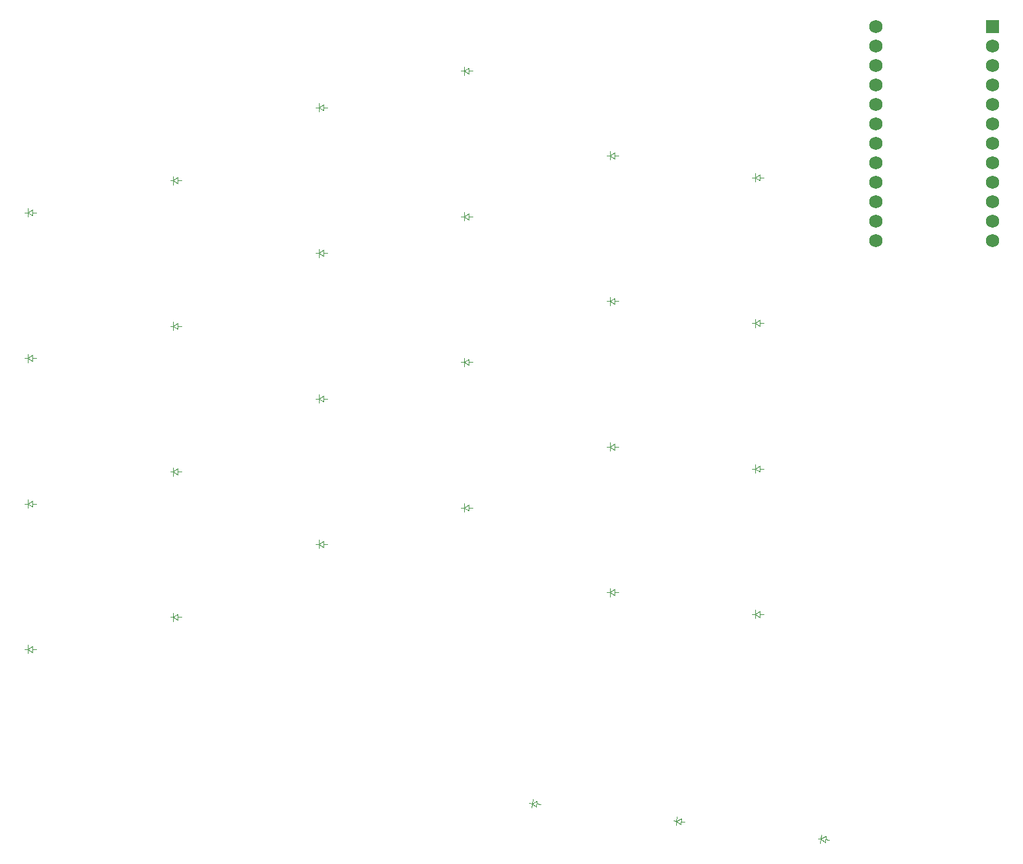
<source format=gbr>
%TF.GenerationSoftware,KiCad,Pcbnew,9.0.1*%
%TF.CreationDate,2025-06-02T17:16:12+02:00*%
%TF.ProjectId,pleiades_l,706c6569-6164-4657-935f-6c2e6b696361,v1.0.0*%
%TF.SameCoordinates,Original*%
%TF.FileFunction,Legend,Bot*%
%TF.FilePolarity,Positive*%
%FSLAX46Y46*%
G04 Gerber Fmt 4.6, Leading zero omitted, Abs format (unit mm)*
G04 Created by KiCad (PCBNEW 9.0.1) date 2025-06-02 17:16:12*
%MOMM*%
%LPD*%
G01*
G04 APERTURE LIST*
%ADD10C,0.100000*%
%ADD11R,1.752600X1.752600*%
%ADD12C,1.752600*%
G04 APERTURE END LIST*
D10*
%TO.C,D1*%
X250000Y-7557500D02*
X750000Y-7557500D01*
X250000Y-7957500D02*
X-350000Y-7557500D01*
X250000Y-7157500D02*
X250000Y-7957500D01*
X-350000Y-7557500D02*
X250000Y-7157500D01*
X-350000Y-7557500D02*
X-350000Y-8107500D01*
X-350000Y-7557500D02*
X-350000Y-7007500D01*
X-750000Y-7557500D02*
X-350000Y-7557500D01*
%TO.C,D2*%
X250000Y11442500D02*
X750000Y11442500D01*
X250000Y11042500D02*
X-350000Y11442500D01*
X250000Y11842500D02*
X250000Y11042500D01*
X-350000Y11442500D02*
X250000Y11842500D01*
X-350000Y11442500D02*
X-350000Y10892500D01*
X-350000Y11442500D02*
X-350000Y11992500D01*
X-750000Y11442500D02*
X-350000Y11442500D01*
%TO.C,D3*%
X250000Y30442500D02*
X750000Y30442500D01*
X250000Y30042500D02*
X-350000Y30442500D01*
X250000Y30842500D02*
X250000Y30042500D01*
X-350000Y30442500D02*
X250000Y30842500D01*
X-350000Y30442500D02*
X-350000Y29892500D01*
X-350000Y30442500D02*
X-350000Y30992500D01*
X-750000Y30442500D02*
X-350000Y30442500D01*
%TO.C,D4*%
X250000Y49442500D02*
X750000Y49442500D01*
X250000Y49042500D02*
X-350000Y49442500D01*
X250000Y49842500D02*
X250000Y49042500D01*
X-350000Y49442500D02*
X250000Y49842500D01*
X-350000Y49442500D02*
X-350000Y48892500D01*
X-350000Y49442500D02*
X-350000Y49992500D01*
X-750000Y49442500D02*
X-350000Y49442500D01*
%TO.C,D5*%
X19250000Y-3366500D02*
X19750000Y-3366500D01*
X19250000Y-3766500D02*
X18650000Y-3366500D01*
X19250000Y-2966500D02*
X19250000Y-3766500D01*
X18650000Y-3366500D02*
X19250000Y-2966500D01*
X18650000Y-3366500D02*
X18650000Y-3916500D01*
X18650000Y-3366500D02*
X18650000Y-2816500D01*
X18250000Y-3366500D02*
X18650000Y-3366500D01*
%TO.C,D6*%
X19250000Y15633500D02*
X19750000Y15633500D01*
X19250000Y15233500D02*
X18650000Y15633500D01*
X19250000Y16033500D02*
X19250000Y15233500D01*
X18650000Y15633500D02*
X19250000Y16033500D01*
X18650000Y15633500D02*
X18650000Y15083500D01*
X18650000Y15633500D02*
X18650000Y16183500D01*
X18250000Y15633500D02*
X18650000Y15633500D01*
%TO.C,D7*%
X19250000Y34633500D02*
X19750000Y34633500D01*
X19250000Y34233500D02*
X18650000Y34633500D01*
X19250000Y35033500D02*
X19250000Y34233500D01*
X18650000Y34633500D02*
X19250000Y35033500D01*
X18650000Y34633500D02*
X18650000Y34083500D01*
X18650000Y34633500D02*
X18650000Y35183500D01*
X18250000Y34633500D02*
X18650000Y34633500D01*
%TO.C,D8*%
X19250000Y53633500D02*
X19750000Y53633500D01*
X19250000Y53233500D02*
X18650000Y53633500D01*
X19250000Y54033500D02*
X19250000Y53233500D01*
X18650000Y53633500D02*
X19250000Y54033500D01*
X18650000Y53633500D02*
X18650000Y53083500D01*
X18650000Y53633500D02*
X18650000Y54183500D01*
X18250000Y53633500D02*
X18650000Y53633500D01*
%TO.C,D9*%
X38250000Y6158500D02*
X38750000Y6158500D01*
X38250000Y5758500D02*
X37650000Y6158500D01*
X38250000Y6558500D02*
X38250000Y5758500D01*
X37650000Y6158500D02*
X38250000Y6558500D01*
X37650000Y6158500D02*
X37650000Y5608500D01*
X37650000Y6158500D02*
X37650000Y6708500D01*
X37250000Y6158500D02*
X37650000Y6158500D01*
%TO.C,D10*%
X38250000Y25158500D02*
X38750000Y25158500D01*
X38250000Y24758500D02*
X37650000Y25158500D01*
X38250000Y25558500D02*
X38250000Y24758500D01*
X37650000Y25158500D02*
X38250000Y25558500D01*
X37650000Y25158500D02*
X37650000Y24608500D01*
X37650000Y25158500D02*
X37650000Y25708500D01*
X37250000Y25158500D02*
X37650000Y25158500D01*
%TO.C,D11*%
X38250000Y44158500D02*
X38750000Y44158500D01*
X38250000Y43758500D02*
X37650000Y44158500D01*
X38250000Y44558500D02*
X38250000Y43758500D01*
X37650000Y44158500D02*
X38250000Y44558500D01*
X37650000Y44158500D02*
X37650000Y43608500D01*
X37650000Y44158500D02*
X37650000Y44708500D01*
X37250000Y44158500D02*
X37650000Y44158500D01*
%TO.C,D12*%
X38250000Y63158500D02*
X38750000Y63158500D01*
X38250000Y62758500D02*
X37650000Y63158500D01*
X38250000Y63558500D02*
X38250000Y62758500D01*
X37650000Y63158500D02*
X38250000Y63558500D01*
X37650000Y63158500D02*
X37650000Y62608500D01*
X37650000Y63158500D02*
X37650000Y63708500D01*
X37250000Y63158500D02*
X37650000Y63158500D01*
%TO.C,D13*%
X57250000Y10921000D02*
X57750000Y10921000D01*
X57250000Y10521000D02*
X56650000Y10921000D01*
X57250000Y11321000D02*
X57250000Y10521000D01*
X56650000Y10921000D02*
X57250000Y11321000D01*
X56650000Y10921000D02*
X56650000Y10371000D01*
X56650000Y10921000D02*
X56650000Y11471000D01*
X56250000Y10921000D02*
X56650000Y10921000D01*
%TO.C,D14*%
X57250000Y29921000D02*
X57750000Y29921000D01*
X57250000Y29521000D02*
X56650000Y29921000D01*
X57250000Y30321000D02*
X57250000Y29521000D01*
X56650000Y29921000D02*
X57250000Y30321000D01*
X56650000Y29921000D02*
X56650000Y29371000D01*
X56650000Y29921000D02*
X56650000Y30471000D01*
X56250000Y29921000D02*
X56650000Y29921000D01*
%TO.C,D15*%
X57250000Y48921000D02*
X57750000Y48921000D01*
X57250000Y48521000D02*
X56650000Y48921000D01*
X57250000Y49321000D02*
X57250000Y48521000D01*
X56650000Y48921000D02*
X57250000Y49321000D01*
X56650000Y48921000D02*
X56650000Y48371000D01*
X56650000Y48921000D02*
X56650000Y49471000D01*
X56250000Y48921000D02*
X56650000Y48921000D01*
%TO.C,D16*%
X57250000Y67921000D02*
X57750000Y67921000D01*
X57250000Y67521000D02*
X56650000Y67921000D01*
X57250000Y68321000D02*
X57250000Y67521000D01*
X56650000Y67921000D02*
X57250000Y68321000D01*
X56650000Y67921000D02*
X56650000Y67371000D01*
X56650000Y67921000D02*
X56650000Y68471000D01*
X56250000Y67921000D02*
X56650000Y67921000D01*
%TO.C,D17*%
X76250000Y-128000D02*
X76750000Y-128000D01*
X76250000Y-528000D02*
X75650000Y-128000D01*
X76250000Y272000D02*
X76250000Y-528000D01*
X75650000Y-128000D02*
X76250000Y272000D01*
X75650000Y-128000D02*
X75650000Y-678000D01*
X75650000Y-128000D02*
X75650000Y422000D01*
X75250000Y-128000D02*
X75650000Y-128000D01*
%TO.C,D18*%
X76250000Y18872000D02*
X76750000Y18872000D01*
X76250000Y18472000D02*
X75650000Y18872000D01*
X76250000Y19272000D02*
X76250000Y18472000D01*
X75650000Y18872000D02*
X76250000Y19272000D01*
X75650000Y18872000D02*
X75650000Y18322000D01*
X75650000Y18872000D02*
X75650000Y19422000D01*
X75250000Y18872000D02*
X75650000Y18872000D01*
%TO.C,D19*%
X76250000Y37872000D02*
X76750000Y37872000D01*
X76250000Y37472000D02*
X75650000Y37872000D01*
X76250000Y38272000D02*
X76250000Y37472000D01*
X75650000Y37872000D02*
X76250000Y38272000D01*
X75650000Y37872000D02*
X75650000Y37322000D01*
X75650000Y37872000D02*
X75650000Y38422000D01*
X75250000Y37872000D02*
X75650000Y37872000D01*
%TO.C,D20*%
X76250000Y56872000D02*
X76750000Y56872000D01*
X76250000Y56472000D02*
X75650000Y56872000D01*
X76250000Y57272000D02*
X76250000Y56472000D01*
X75650000Y56872000D02*
X76250000Y57272000D01*
X75650000Y56872000D02*
X75650000Y56322000D01*
X75650000Y56872000D02*
X75650000Y57422000D01*
X75250000Y56872000D02*
X75650000Y56872000D01*
%TO.C,D21*%
X95250000Y-2985500D02*
X95750000Y-2985500D01*
X95250000Y-3385500D02*
X94650000Y-2985500D01*
X95250000Y-2585500D02*
X95250000Y-3385500D01*
X94650000Y-2985500D02*
X95250000Y-2585500D01*
X94650000Y-2985500D02*
X94650000Y-3535500D01*
X94650000Y-2985500D02*
X94650000Y-2435500D01*
X94250000Y-2985500D02*
X94650000Y-2985500D01*
%TO.C,D22*%
X95250000Y16014500D02*
X95750000Y16014500D01*
X95250000Y15614500D02*
X94650000Y16014500D01*
X95250000Y16414500D02*
X95250000Y15614500D01*
X94650000Y16014500D02*
X95250000Y16414500D01*
X94650000Y16014500D02*
X94650000Y15464500D01*
X94650000Y16014500D02*
X94650000Y16564500D01*
X94250000Y16014500D02*
X94650000Y16014500D01*
%TO.C,D23*%
X95250000Y35014500D02*
X95750000Y35014500D01*
X95250000Y34614500D02*
X94650000Y35014500D01*
X95250000Y35414500D02*
X95250000Y34614500D01*
X94650000Y35014500D02*
X95250000Y35414500D01*
X94650000Y35014500D02*
X94650000Y34464500D01*
X94650000Y35014500D02*
X94650000Y35564500D01*
X94250000Y35014500D02*
X94650000Y35014500D01*
%TO.C,D24*%
X95250000Y54014500D02*
X95750000Y54014500D01*
X95250000Y53614500D02*
X94650000Y54014500D01*
X95250000Y54414500D02*
X95250000Y53614500D01*
X94650000Y54014500D02*
X95250000Y54414500D01*
X94650000Y54014500D02*
X94650000Y53464500D01*
X94650000Y54014500D02*
X94650000Y54564500D01*
X94250000Y54014500D02*
X94650000Y54014500D01*
%TO.C,D25*%
X66100351Y-27745934D02*
X66596624Y-27806869D01*
X66051603Y-28142953D02*
X65504823Y-27672813D01*
X66149098Y-27348916D02*
X66051603Y-28142953D01*
X65504823Y-27672813D02*
X66149098Y-27348916D01*
X65504823Y-27672813D02*
X65437795Y-28218713D01*
X65504823Y-27672813D02*
X65571851Y-27126912D01*
X65107804Y-27624065D02*
X65504823Y-27672813D01*
%TO.C,D26*%
X84958728Y-30061451D02*
X85455001Y-30122386D01*
X84909980Y-30458470D02*
X84363200Y-29988330D01*
X85007475Y-29664433D02*
X84909980Y-30458470D01*
X84363200Y-29988330D02*
X85007475Y-29664433D01*
X84363200Y-29988330D02*
X84296172Y-30534230D01*
X84363200Y-29988330D02*
X84430228Y-29442429D01*
X83966181Y-29939582D02*
X84363200Y-29988330D01*
%TO.C,D27*%
X103817105Y-32376969D02*
X104313378Y-32437904D01*
X103768357Y-32773988D02*
X103221577Y-32303848D01*
X103865852Y-31979951D02*
X103768357Y-32773988D01*
X103221577Y-32303848D02*
X103865852Y-31979951D01*
X103221577Y-32303848D02*
X103154549Y-32849748D01*
X103221577Y-32303848D02*
X103288605Y-31757947D01*
X102824558Y-32255100D02*
X103221577Y-32303848D01*
%TD*%
D11*
%TO.C,MCU1*%
X125620000Y73684500D03*
D12*
X125620000Y71144500D03*
X125620000Y68604500D03*
X125620000Y66064500D03*
X125620000Y63524500D03*
X125620000Y60984500D03*
X125620000Y58444500D03*
X125620000Y55904500D03*
X125620000Y53364500D03*
X125620000Y50824500D03*
X125620000Y48284500D03*
X125620000Y45744500D03*
X110380000Y73684500D03*
X110380000Y71144500D03*
X110380000Y68604500D03*
X110380000Y66064500D03*
X110380000Y63524500D03*
X110380000Y60984500D03*
X110380000Y58444500D03*
X110380000Y55904500D03*
X110380000Y53364500D03*
X110380000Y50824500D03*
X110380000Y48284500D03*
X110380000Y45744500D03*
%TD*%
M02*

</source>
